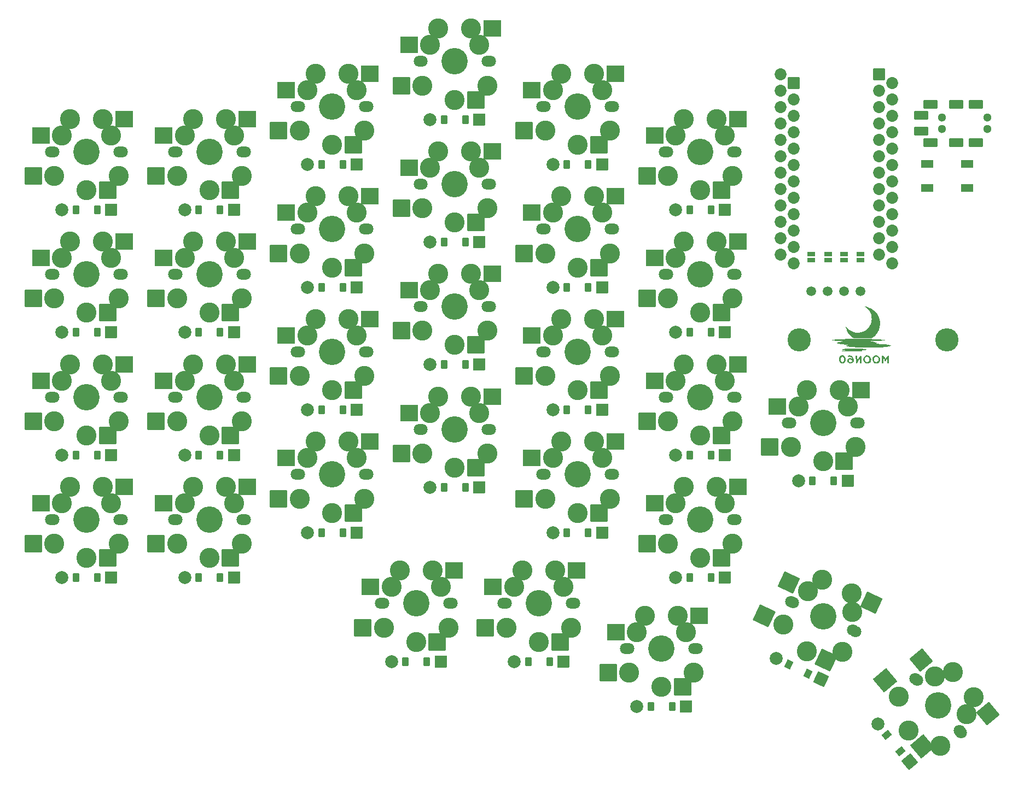
<source format=gbr>
%TF.GenerationSoftware,KiCad,Pcbnew,(6.0.10)*%
%TF.CreationDate,2023-02-13T20:56:48+01:00*%
%TF.ProjectId,insequor58_Moon60NOi2c,696e7365-7175-46f7-9235-38484d6f6f6e,v1.0.0*%
%TF.SameCoordinates,Original*%
%TF.FileFunction,Soldermask,Bot*%
%TF.FilePolarity,Negative*%
%FSLAX46Y46*%
G04 Gerber Fmt 4.6, Leading zero omitted, Abs format (unit mm)*
G04 Created by KiCad (PCBNEW (6.0.10)) date 2023-02-13 20:56:48*
%MOMM*%
%LPD*%
G01*
G04 APERTURE LIST*
G04 Aperture macros list*
%AMRoundRect*
0 Rectangle with rounded corners*
0 $1 Rounding radius*
0 $2 $3 $4 $5 $6 $7 $8 $9 X,Y pos of 4 corners*
0 Add a 4 corners polygon primitive as box body*
4,1,4,$2,$3,$4,$5,$6,$7,$8,$9,$2,$3,0*
0 Add four circle primitives for the rounded corners*
1,1,$1+$1,$2,$3*
1,1,$1+$1,$4,$5*
1,1,$1+$1,$6,$7*
1,1,$1+$1,$8,$9*
0 Add four rect primitives between the rounded corners*
20,1,$1+$1,$2,$3,$4,$5,0*
20,1,$1+$1,$4,$5,$6,$7,0*
20,1,$1+$1,$6,$7,$8,$9,0*
20,1,$1+$1,$8,$9,$2,$3,0*%
G04 Aperture macros list end*
%ADD10C,4.087800*%
%ADD11C,1.801800*%
%ADD12C,3.100000*%
%ADD13RoundRect,0.050000X1.275000X1.250000X-1.275000X1.250000X-1.275000X-1.250000X1.275000X-1.250000X0*%
%ADD14C,1.497000*%
%ADD15C,3.529000*%
%ADD16RoundRect,0.050000X1.300000X1.300000X-1.300000X1.300000X-1.300000X-1.300000X1.300000X-1.300000X0*%
%ADD17RoundRect,0.050000X0.748881X0.040953X0.170372X0.730393X-0.748881X-0.040953X-0.170372X-0.730393X0*%
%ADD18C,2.005000*%
%ADD19RoundRect,0.050000X1.252452X-0.109575X0.109575X1.252452X-1.252452X0.109575X-0.109575X-1.252452X0*%
%ADD20C,3.600000*%
%ADD21RoundRect,0.050000X1.727604X0.628796X-0.628796X1.727604X-1.727604X-0.628796X0.628796X-1.727604X0*%
%ADD22RoundRect,0.050000X1.831482X-0.160234X0.160234X1.831482X-1.831482X0.160234X-0.160234X-1.831482X0*%
%ADD23RoundRect,0.050000X0.661409X0.353606X-0.154268X0.733963X-0.661409X-0.353606X0.154268X-0.733963X0*%
%ADD24RoundRect,0.050000X1.181415X0.430000X-0.430000X1.181415X-1.181415X-0.430000X0.430000X-1.181415X0*%
%ADD25C,1.300000*%
%ADD26RoundRect,0.050000X-1.050000X0.600000X-1.050000X-0.600000X1.050000X-0.600000X1.050000X0.600000X0*%
%ADD27RoundRect,0.050000X1.683815X0.594046X-0.627270X1.671723X-1.683815X-0.594046X0.627270X-1.671723X0*%
%ADD28RoundRect,0.050000X-0.876300X0.876300X-0.876300X-0.876300X0.876300X-0.876300X0.876300X0.876300X0*%
%ADD29C,1.852600*%
%ADD30RoundRect,0.050000X1.777110X-0.173222X0.138001X1.780191X-1.777110X0.173222X-0.138001X-1.780191X0*%
%ADD31RoundRect,0.050000X0.450000X0.600000X-0.450000X0.600000X-0.450000X-0.600000X0.450000X-0.600000X0*%
%ADD32RoundRect,0.050000X0.889000X0.889000X-0.889000X0.889000X-0.889000X-0.889000X0.889000X-0.889000X0*%
%ADD33RoundRect,0.050000X0.571500X-0.317500X0.571500X0.317500X-0.571500X0.317500X-0.571500X-0.317500X0*%
%ADD34RoundRect,0.050000X-0.900000X-0.550000X0.900000X-0.550000X0.900000X0.550000X-0.900000X0.550000X0*%
G04 APERTURE END LIST*
%TO.C,G\u002A\u002A\u002A*%
G36*
X253778265Y-137846699D02*
G01*
X253728826Y-137955020D01*
X253593606Y-138105734D01*
X253397570Y-138210246D01*
X253367861Y-138219988D01*
X253159958Y-138244734D01*
X252960209Y-138199158D01*
X252784800Y-138089499D01*
X252649915Y-137921996D01*
X252578668Y-137734609D01*
X252571809Y-137594427D01*
X252819481Y-137594427D01*
X252831594Y-137746867D01*
X252889108Y-137880686D01*
X252992822Y-137973971D01*
X253156003Y-138024853D01*
X253306680Y-138007637D01*
X253428749Y-137927738D01*
X253510546Y-137792894D01*
X253540403Y-137610839D01*
X253537175Y-137536722D01*
X253505595Y-137426419D01*
X253426178Y-137326457D01*
X253322898Y-137248006D01*
X253179855Y-137214222D01*
X253018997Y-137255625D01*
X252928267Y-137321326D01*
X252851972Y-137445277D01*
X252819481Y-137594427D01*
X252571809Y-137594427D01*
X252568773Y-137532389D01*
X252621598Y-137343315D01*
X252730475Y-137181435D01*
X252888733Y-137060802D01*
X253089704Y-136995464D01*
X253187814Y-136989055D01*
X253382486Y-137026658D01*
X253552248Y-137123204D01*
X253686904Y-137266087D01*
X253776256Y-137442701D01*
X253805041Y-137610839D01*
X253810109Y-137640440D01*
X253778265Y-137846699D01*
G37*
G36*
X251404765Y-129413294D02*
G01*
X251501414Y-129428636D01*
X251632629Y-129454228D01*
X252033522Y-129571309D01*
X252422500Y-129756316D01*
X252770399Y-129996746D01*
X253073186Y-130285228D01*
X253326826Y-130614394D01*
X253527284Y-130976872D01*
X253670526Y-131365293D01*
X253752517Y-131772286D01*
X253769223Y-132190482D01*
X253716609Y-132612510D01*
X253590641Y-133031001D01*
X253545717Y-133136640D01*
X253363349Y-133472306D01*
X253134253Y-133788899D01*
X252874003Y-134066725D01*
X252598172Y-134286091D01*
X252457017Y-134379155D01*
X251078438Y-134367477D01*
X249699860Y-134355800D01*
X249539285Y-134244976D01*
X249465777Y-134189757D01*
X249294550Y-134036845D01*
X249114973Y-133850577D01*
X248948316Y-133653761D01*
X248815846Y-133469204D01*
X248805070Y-133451717D01*
X248733803Y-133317633D01*
X248657383Y-133149198D01*
X248583849Y-132967255D01*
X248521236Y-132792646D01*
X248477583Y-132646213D01*
X248460926Y-132548800D01*
X248474316Y-132528815D01*
X248524584Y-132566575D01*
X248613420Y-132670487D01*
X248725772Y-132801779D01*
X249019628Y-133066259D01*
X249347545Y-133268010D01*
X249700321Y-133406447D01*
X250068755Y-133480984D01*
X250443648Y-133491036D01*
X250815798Y-133436019D01*
X251176005Y-133315346D01*
X251515069Y-133128433D01*
X251823789Y-132874694D01*
X251857915Y-132840126D01*
X251993371Y-132689321D01*
X252116907Y-132533013D01*
X252205361Y-132400013D01*
X252312694Y-132166885D01*
X252402557Y-131885848D01*
X252462962Y-131596801D01*
X252484749Y-131334674D01*
X252470723Y-131105593D01*
X252393378Y-130735166D01*
X252254893Y-130380266D01*
X252062611Y-130054862D01*
X251823871Y-129772923D01*
X251546016Y-129548418D01*
X251460170Y-129490801D01*
X251387165Y-129436759D01*
X251363452Y-129411542D01*
X251363491Y-129411505D01*
X251404765Y-129413294D01*
G37*
G36*
X255142557Y-138228232D02*
G01*
X254910926Y-138228232D01*
X254899741Y-137847232D01*
X254888557Y-137466232D01*
X254752428Y-137690924D01*
X254681036Y-137804034D01*
X254624582Y-137884805D01*
X254595371Y-137915617D01*
X254594141Y-137915307D01*
X254563380Y-137878121D01*
X254507769Y-137791049D01*
X254438423Y-137671386D01*
X254302403Y-137427155D01*
X254291267Y-137827694D01*
X254280131Y-138228232D01*
X254048403Y-138228232D01*
X254048403Y-137016848D01*
X254182527Y-137016848D01*
X254192802Y-137016896D01*
X254264396Y-137024504D01*
X254318881Y-137055866D01*
X254373541Y-137126399D01*
X254445663Y-137251520D01*
X254448111Y-137255960D01*
X254516313Y-137370664D01*
X254572633Y-137449651D01*
X254605093Y-137476053D01*
X254635156Y-137445204D01*
X254693174Y-137363762D01*
X254764177Y-137251150D01*
X254805209Y-137184734D01*
X254875486Y-137090365D01*
X254940148Y-137042357D01*
X255017700Y-137024141D01*
X255142557Y-137011896D01*
X255142557Y-138228232D01*
G37*
G36*
X250227219Y-137397352D02*
G01*
X250238403Y-137777857D01*
X250472865Y-137398614D01*
X250497301Y-137359299D01*
X250603292Y-137196392D01*
X250682663Y-137091517D01*
X250743362Y-137035235D01*
X250793339Y-137018109D01*
X250817175Y-137018759D01*
X250843155Y-137028797D01*
X250861204Y-137059838D01*
X250873170Y-137123311D01*
X250880898Y-137230643D01*
X250886236Y-137393262D01*
X250891031Y-137622596D01*
X250902711Y-138228345D01*
X250796716Y-138228288D01*
X250690721Y-138228232D01*
X250679485Y-137866771D01*
X250668249Y-137505309D01*
X250433788Y-137866288D01*
X250417269Y-137891629D01*
X250307566Y-138052816D01*
X250225703Y-138156193D01*
X250163157Y-138211318D01*
X250111403Y-138227750D01*
X250096317Y-138227645D01*
X250065916Y-138221731D01*
X250045426Y-138198072D01*
X250032893Y-138144586D01*
X250026360Y-138049192D01*
X250023874Y-137899808D01*
X250023480Y-137684351D01*
X250023346Y-137626098D01*
X250020839Y-137428806D01*
X250015649Y-137260985D01*
X250008411Y-137138860D01*
X249999761Y-137078659D01*
X249994140Y-137058483D01*
X250013935Y-137025709D01*
X250096038Y-137016848D01*
X250216035Y-137016848D01*
X250227219Y-137397352D01*
G37*
G36*
X249610026Y-138042308D02*
G01*
X249484387Y-138170679D01*
X249317230Y-138238661D01*
X249248074Y-138246528D01*
X249170361Y-138242284D01*
X249131865Y-138234997D01*
X249039453Y-138228232D01*
X249009839Y-138222153D01*
X248922659Y-138174629D01*
X248827726Y-138095371D01*
X248748184Y-138005103D01*
X248705370Y-137911600D01*
X248694865Y-137788084D01*
X248698000Y-137762508D01*
X248931762Y-137762508D01*
X248945090Y-137876159D01*
X249000788Y-137968176D01*
X249009206Y-137975372D01*
X249115251Y-138022372D01*
X249238298Y-138023187D01*
X249355042Y-137985042D01*
X249442179Y-137915158D01*
X249476403Y-137820761D01*
X249469184Y-137783752D01*
X249407617Y-137706886D01*
X249303156Y-137646738D01*
X249180183Y-137611638D01*
X249063077Y-137609914D01*
X248976219Y-137649894D01*
X248963698Y-137664704D01*
X248931762Y-137762508D01*
X248698000Y-137762508D01*
X248712210Y-137646578D01*
X248784962Y-137513645D01*
X248914732Y-137434080D01*
X249101806Y-137407617D01*
X249144934Y-137408698D01*
X249289042Y-137428675D01*
X249389555Y-137468448D01*
X249414405Y-137484702D01*
X249466528Y-137503224D01*
X249472825Y-137474970D01*
X249435681Y-137410846D01*
X249357480Y-137321758D01*
X249306078Y-137272978D01*
X249237042Y-137228430D01*
X249154025Y-137214164D01*
X249025326Y-137220518D01*
X249024287Y-137220604D01*
X248902656Y-137228813D01*
X248839545Y-137221985D01*
X248815758Y-137192054D01*
X248812096Y-137130959D01*
X248821401Y-137060679D01*
X248864694Y-137021873D01*
X248964002Y-136998053D01*
X249049429Y-136988372D01*
X249264531Y-137010381D01*
X249446856Y-137097093D01*
X249587774Y-137240766D01*
X249678654Y-137433657D01*
X249710865Y-137668024D01*
X249692635Y-137820761D01*
X249687587Y-137863059D01*
X249610026Y-138042308D01*
G37*
G36*
X248440035Y-137841784D02*
G01*
X248365180Y-138010421D01*
X248248158Y-138143455D01*
X248090640Y-138224775D01*
X248002833Y-138241614D01*
X247818225Y-138223876D01*
X247653507Y-138135569D01*
X247520838Y-137981878D01*
X247505197Y-137952893D01*
X247458297Y-137794775D01*
X247447967Y-137659787D01*
X247675609Y-137659787D01*
X247699615Y-137808347D01*
X247759855Y-137929885D01*
X247830741Y-137997173D01*
X247942123Y-138036157D01*
X248052031Y-138012730D01*
X248147437Y-137934586D01*
X248215313Y-137809413D01*
X248242628Y-137644904D01*
X248241121Y-137583008D01*
X248203866Y-137409488D01*
X248122744Y-137287049D01*
X248005111Y-137223681D01*
X247858320Y-137227373D01*
X247790971Y-137266195D01*
X247724289Y-137367290D01*
X247684835Y-137505628D01*
X247675609Y-137659787D01*
X247447967Y-137659787D01*
X247443710Y-137604158D01*
X247461779Y-137412512D01*
X247512849Y-137251309D01*
X247561879Y-137173628D01*
X247695636Y-137057858D01*
X247860885Y-136999488D01*
X248038659Y-137003336D01*
X248209992Y-137074221D01*
X248284351Y-137133487D01*
X248394880Y-137283397D01*
X248456556Y-137462159D01*
X248470388Y-137644904D01*
X248471051Y-137653659D01*
X248440035Y-137841784D01*
G37*
G36*
X252371496Y-137846699D02*
G01*
X252322057Y-137955020D01*
X252186837Y-138105734D01*
X251990801Y-138210246D01*
X251961092Y-138219988D01*
X251753189Y-138244734D01*
X251553440Y-138199158D01*
X251378030Y-138089499D01*
X251243146Y-137921996D01*
X251171899Y-137734609D01*
X251165040Y-137594427D01*
X251412712Y-137594427D01*
X251424824Y-137746867D01*
X251482339Y-137880686D01*
X251586052Y-137973971D01*
X251749234Y-138024853D01*
X251899911Y-138007637D01*
X252021980Y-137927738D01*
X252103776Y-137792894D01*
X252133634Y-137610839D01*
X252130405Y-137536722D01*
X252098825Y-137426419D01*
X252019409Y-137326457D01*
X251916129Y-137248006D01*
X251773086Y-137214222D01*
X251612227Y-137255625D01*
X251521498Y-137321326D01*
X251445203Y-137445277D01*
X251412712Y-137594427D01*
X251165040Y-137594427D01*
X251162004Y-137532389D01*
X251214829Y-137343315D01*
X251323706Y-137181435D01*
X251481964Y-137060802D01*
X251682935Y-136995464D01*
X251781045Y-136989055D01*
X251975717Y-137026658D01*
X252145479Y-137123204D01*
X252280134Y-137266087D01*
X252369487Y-137442701D01*
X252398271Y-137610839D01*
X252403339Y-137640440D01*
X252371496Y-137846699D01*
G37*
G36*
X250726035Y-134442480D02*
G01*
X251266459Y-134446336D01*
X251793721Y-134453325D01*
X252298541Y-134463332D01*
X252771640Y-134476240D01*
X253203739Y-134491933D01*
X253585557Y-134510293D01*
X253907814Y-134531206D01*
X254161232Y-134554554D01*
X254234870Y-134563181D01*
X254391444Y-134584983D01*
X254483047Y-134605530D01*
X254519275Y-134627554D01*
X254509720Y-134653787D01*
X254462679Y-134671066D01*
X254344346Y-134691106D01*
X254165561Y-134711207D01*
X253935649Y-134730594D01*
X253663935Y-134748490D01*
X253359745Y-134764119D01*
X253032403Y-134776705D01*
X252960817Y-134779061D01*
X252731340Y-134787378D01*
X252536751Y-134795595D01*
X252387860Y-134803178D01*
X252295475Y-134809595D01*
X252270403Y-134814312D01*
X252298563Y-134820204D01*
X252393223Y-134836329D01*
X252534486Y-134858587D01*
X252703920Y-134884015D01*
X252957603Y-134927109D01*
X253150633Y-134974227D01*
X253266992Y-135022912D01*
X253305942Y-135072932D01*
X253291155Y-135098077D01*
X253227788Y-135129833D01*
X253170016Y-135148805D01*
X253152805Y-135170399D01*
X253202967Y-135189132D01*
X253323197Y-135205502D01*
X253516188Y-135220010D01*
X253784634Y-135233156D01*
X254059267Y-135247033D01*
X254389674Y-135270832D01*
X254692251Y-135300389D01*
X254958613Y-135334443D01*
X255180379Y-135371732D01*
X255349162Y-135410995D01*
X255456580Y-135450971D01*
X255494249Y-135490398D01*
X255484748Y-135511314D01*
X255410362Y-135553675D01*
X255267536Y-135595513D01*
X255062757Y-135635817D01*
X254802511Y-135673576D01*
X254493286Y-135707780D01*
X254141568Y-135737420D01*
X253753844Y-135761483D01*
X253688501Y-135764786D01*
X253236091Y-135783186D01*
X252771226Y-135794907D01*
X252300377Y-135800283D01*
X251830014Y-135799650D01*
X251366606Y-135793342D01*
X250916625Y-135781694D01*
X250486540Y-135765040D01*
X250082822Y-135743715D01*
X249711940Y-135718053D01*
X249380366Y-135688389D01*
X249094569Y-135655059D01*
X248861019Y-135618395D01*
X248686187Y-135578734D01*
X248576543Y-135536409D01*
X248538557Y-135491756D01*
X248538761Y-135484038D01*
X248548326Y-135453182D01*
X248554508Y-135451670D01*
X248612422Y-135433059D01*
X248708672Y-135400170D01*
X248752562Y-135384544D01*
X248792727Y-135366131D01*
X248789794Y-135353071D01*
X248735035Y-135342830D01*
X248619724Y-135332868D01*
X248435134Y-135320650D01*
X248341414Y-135314023D01*
X248097359Y-135292616D01*
X247848436Y-135266137D01*
X247636117Y-135238834D01*
X247527098Y-135221937D01*
X247298081Y-135176936D01*
X247146786Y-135130703D01*
X247072919Y-135083754D01*
X247076186Y-135036602D01*
X247156293Y-134989763D01*
X247312945Y-134943752D01*
X247545849Y-134899083D01*
X247854711Y-134856271D01*
X248284557Y-134804562D01*
X247628651Y-134775607D01*
X247506227Y-134769845D01*
X247255029Y-134756082D01*
X247014653Y-134740609D01*
X246807527Y-134724926D01*
X246656077Y-134710535D01*
X246484184Y-134687885D01*
X246353342Y-134661621D01*
X246299793Y-134635909D01*
X246323073Y-134610828D01*
X246422715Y-134586454D01*
X246598256Y-134562865D01*
X246849229Y-134540140D01*
X247175170Y-134518354D01*
X247575614Y-134497587D01*
X248050096Y-134477916D01*
X248151275Y-134474280D01*
X248618314Y-134460722D01*
X249118589Y-134450879D01*
X249642820Y-134444635D01*
X250181729Y-134441874D01*
X250726035Y-134442480D01*
G37*
G36*
X250299962Y-135935327D02*
G01*
X250595670Y-135943697D01*
X250844096Y-135957268D01*
X251116867Y-135978905D01*
X251334502Y-136000141D01*
X251490063Y-136021262D01*
X251591754Y-136043671D01*
X251647782Y-136068772D01*
X251666351Y-136097970D01*
X251660579Y-136116646D01*
X251609208Y-136147627D01*
X251499463Y-136175637D01*
X251324754Y-136202139D01*
X251078492Y-136228599D01*
X250969480Y-136239945D01*
X250870064Y-136253494D01*
X250831251Y-136263741D01*
X250861680Y-136269074D01*
X250925382Y-136273330D01*
X250985996Y-136288043D01*
X250982259Y-136308330D01*
X250922502Y-136330172D01*
X250815055Y-136349547D01*
X250668249Y-136362435D01*
X250622772Y-136364569D01*
X250404400Y-136371862D01*
X250134306Y-136377425D01*
X249828722Y-136381236D01*
X249503880Y-136383272D01*
X249176011Y-136383508D01*
X248861346Y-136381923D01*
X248576118Y-136378493D01*
X248336556Y-136373196D01*
X248158894Y-136366007D01*
X248081130Y-136360958D01*
X247908847Y-136344394D01*
X247797045Y-136325545D01*
X247749146Y-136306735D01*
X247768572Y-136290290D01*
X247858748Y-136278532D01*
X248023094Y-136273788D01*
X248102829Y-136272465D01*
X248240848Y-136262640D01*
X248321940Y-136245879D01*
X248340850Y-136225320D01*
X248292322Y-136204105D01*
X248171099Y-136185373D01*
X248047218Y-136169314D01*
X247925497Y-136140366D01*
X247880999Y-136107279D01*
X247913366Y-136071882D01*
X248022237Y-136036004D01*
X248207253Y-136001476D01*
X248214632Y-136000393D01*
X248405141Y-135979677D01*
X248657410Y-135962332D01*
X248955864Y-135948621D01*
X249284923Y-135938803D01*
X249629011Y-135933141D01*
X249972550Y-135931895D01*
X250299962Y-135935327D01*
G37*
%TD*%
D10*
%TO.C,S20*%
X168960000Y-136440000D03*
D11*
X174040000Y-136440000D03*
D12*
X171500000Y-131360000D03*
D11*
X163880000Y-136440000D03*
D12*
X165150000Y-133900000D03*
X172770000Y-133900000D03*
X166420000Y-131360000D03*
D13*
X161875000Y-133900000D03*
X174802000Y-131360000D03*
%TD*%
D14*
%TO.C,J3*%
X243107874Y-127064604D03*
X245647874Y-127064604D03*
X248187874Y-127064604D03*
X250727874Y-127064604D03*
%TD*%
D12*
%TO.C,S30*%
X185420000Y-105360000D03*
X184150000Y-107900000D03*
X190500000Y-105360000D03*
D11*
X182880000Y-110440000D03*
D10*
X187960000Y-110440000D03*
D11*
X193040000Y-110440000D03*
D12*
X191770000Y-107900000D03*
D13*
X180875000Y-107900000D03*
X193802000Y-105360000D03*
%TD*%
D12*
%TO.C,S14*%
X153770000Y-121900000D03*
D11*
X155040000Y-124440000D03*
D12*
X146150000Y-121900000D03*
D10*
X149960000Y-124440000D03*
D11*
X144880000Y-124440000D03*
D12*
X152500000Y-119360000D03*
X147420000Y-119360000D03*
D13*
X142875000Y-121900000D03*
X155802000Y-119360000D03*
%TD*%
D11*
%TO.C,S1*%
X125460000Y-162440000D03*
X136460000Y-162440000D03*
D12*
X130960000Y-168390000D03*
X135960000Y-166190000D03*
X130960000Y-168390000D03*
X125960000Y-166190000D03*
D15*
X130960000Y-162440000D03*
D16*
X134235000Y-168390000D03*
X122685000Y-166190000D03*
%TD*%
D12*
%TO.C,S43*%
X220960000Y-147190000D03*
D11*
X231460000Y-143440000D03*
D12*
X225960000Y-149390000D03*
D15*
X225960000Y-143440000D03*
D12*
X225960000Y-149390000D03*
D11*
X220460000Y-143440000D03*
D12*
X230960000Y-147190000D03*
D16*
X229235000Y-149390000D03*
X217685000Y-147190000D03*
%TD*%
D11*
%TO.C,S2*%
X125880000Y-162440000D03*
X136040000Y-162440000D03*
D12*
X127150000Y-159900000D03*
X134770000Y-159900000D03*
X128420000Y-157360000D03*
X133500000Y-157360000D03*
D10*
X130960000Y-162440000D03*
D13*
X123875000Y-159900000D03*
X136802000Y-157360000D03*
%TD*%
D11*
%TO.C,S13*%
X144460000Y-124440000D03*
D12*
X154960000Y-128190000D03*
X149960000Y-130390000D03*
D11*
X155460000Y-124440000D03*
D15*
X149960000Y-124440000D03*
D12*
X149960000Y-130390000D03*
X144960000Y-128190000D03*
D16*
X153235000Y-130390000D03*
X141685000Y-128190000D03*
%TD*%
D12*
%TO.C,S32*%
X184150000Y-88900000D03*
X190500000Y-86360000D03*
D11*
X182880000Y-91440000D03*
X193040000Y-91440000D03*
D12*
X191770000Y-88900000D03*
D10*
X187960000Y-91440000D03*
D12*
X185420000Y-86360000D03*
D13*
X180875000Y-88900000D03*
X193802000Y-86360000D03*
%TD*%
D11*
%TO.C,S10*%
X144880000Y-162440000D03*
D12*
X152500000Y-157360000D03*
X147420000Y-157360000D03*
X146150000Y-159900000D03*
D11*
X155040000Y-162440000D03*
D10*
X149960000Y-162440000D03*
D12*
X153770000Y-159900000D03*
D13*
X142875000Y-159900000D03*
X155802000Y-157360000D03*
%TD*%
D12*
%TO.C,S40*%
X203150000Y-95900000D03*
D10*
X206960000Y-98440000D03*
D12*
X209500000Y-93360000D03*
D11*
X212040000Y-98440000D03*
X201880000Y-98440000D03*
D12*
X210770000Y-95900000D03*
X204420000Y-93360000D03*
D13*
X199875000Y-95900000D03*
X212802000Y-93360000D03*
%TD*%
D11*
%TO.C,S16*%
X155040000Y-105440000D03*
X144880000Y-105440000D03*
D12*
X147420000Y-100360000D03*
D10*
X149960000Y-105440000D03*
D12*
X146150000Y-102900000D03*
X152500000Y-100360000D03*
X153770000Y-102900000D03*
D13*
X142875000Y-102900000D03*
X155802000Y-100360000D03*
%TD*%
D17*
%TO.C,D30*%
X256951880Y-198318202D03*
D18*
X253442259Y-194135600D03*
D19*
X258340301Y-199972858D03*
D17*
X254830680Y-195790256D03*
%TD*%
D15*
%TO.C,S31*%
X187960000Y-91440000D03*
D11*
X193460000Y-91440000D03*
D12*
X187960000Y-97390000D03*
X192960000Y-95190000D03*
D11*
X182460000Y-91440000D03*
D12*
X182960000Y-95190000D03*
X187960000Y-97390000D03*
D16*
X191235000Y-97390000D03*
X179685000Y-95190000D03*
%TD*%
D11*
%TO.C,S22*%
X163880000Y-117440000D03*
D12*
X165150000Y-114900000D03*
D11*
X174040000Y-117440000D03*
D12*
X166420000Y-112360000D03*
X171500000Y-112360000D03*
X172770000Y-114900000D03*
D10*
X168960000Y-117440000D03*
D13*
X161875000Y-114900000D03*
X174802000Y-112360000D03*
%TD*%
D11*
%TO.C,S27*%
X193460000Y-129440000D03*
D12*
X182960000Y-133190000D03*
X192960000Y-133190000D03*
D11*
X182460000Y-129440000D03*
D12*
X187960000Y-135390000D03*
X187960000Y-135390000D03*
D15*
X187960000Y-129440000D03*
D16*
X191235000Y-135390000D03*
X179685000Y-133190000D03*
%TD*%
D12*
%TO.C,S34*%
X203150000Y-152900000D03*
X204420000Y-150360000D03*
D10*
X206960000Y-155440000D03*
D11*
X201880000Y-155440000D03*
D12*
X210770000Y-152900000D03*
D11*
X212040000Y-155440000D03*
D12*
X209500000Y-150360000D03*
D13*
X199875000Y-152900000D03*
X212802000Y-150360000D03*
%TD*%
D11*
%TO.C,S29*%
X182460000Y-110440000D03*
D12*
X187960000Y-116390000D03*
X187960000Y-116390000D03*
D11*
X193460000Y-110440000D03*
D15*
X187960000Y-110440000D03*
D12*
X192960000Y-114190000D03*
X182960000Y-114190000D03*
D16*
X191235000Y-116390000D03*
X179685000Y-114190000D03*
%TD*%
D20*
%TO.C,REF\u002A\u002A*%
X264160000Y-134620000D03*
%TD*%
D12*
%TO.C,S55*%
X244960000Y-153390000D03*
D11*
X239460000Y-147440000D03*
D12*
X239960000Y-151190000D03*
X244960000Y-153390000D03*
D11*
X250460000Y-147440000D03*
D15*
X244960000Y-147440000D03*
D12*
X249960000Y-151190000D03*
D16*
X248235000Y-153390000D03*
X236685000Y-151190000D03*
%TD*%
D20*
%TO.C,REF\u002A\u002A*%
X241300000Y-134620000D03*
%TD*%
D12*
%TO.C,S5*%
X125960000Y-128190000D03*
X130960000Y-130390000D03*
D11*
X125460000Y-124440000D03*
D12*
X135960000Y-128190000D03*
D11*
X136460000Y-124440000D03*
D15*
X130960000Y-124440000D03*
D12*
X130960000Y-130390000D03*
D16*
X134235000Y-130390000D03*
X122685000Y-128190000D03*
%TD*%
D12*
%TO.C,S57*%
X242445421Y-182832531D03*
D15*
X244960000Y-177440000D03*
D11*
X239975307Y-175115600D03*
D12*
X238843643Y-178725563D03*
X247906720Y-182951746D03*
D11*
X249944693Y-179764400D03*
D12*
X242445421Y-182832531D03*
D21*
X245413579Y-184216606D03*
X235875485Y-177341488D03*
%TD*%
D12*
%TO.C,S15*%
X144960000Y-109190000D03*
X149960000Y-111390000D03*
X149960000Y-111390000D03*
X154960000Y-109190000D03*
D11*
X155460000Y-105440000D03*
D15*
X149960000Y-105440000D03*
D11*
X144460000Y-105440000D03*
D16*
X153235000Y-111390000D03*
X141685000Y-109190000D03*
%TD*%
D12*
%TO.C,S21*%
X173960000Y-121190000D03*
X168960000Y-123390000D03*
X163960000Y-121190000D03*
D15*
X168960000Y-117440000D03*
D12*
X168960000Y-123390000D03*
D11*
X174460000Y-117440000D03*
X163460000Y-117440000D03*
D16*
X172235000Y-123390000D03*
X160685000Y-121190000D03*
%TD*%
D12*
%TO.C,S47*%
X225960000Y-111390000D03*
D15*
X225960000Y-105440000D03*
D12*
X225960000Y-111390000D03*
X230960000Y-109190000D03*
D11*
X220460000Y-105440000D03*
X231460000Y-105440000D03*
D12*
X220960000Y-109190000D03*
D16*
X229235000Y-111390000D03*
X217685000Y-109190000D03*
%TD*%
D11*
%TO.C,S42*%
X220880000Y-162440000D03*
X231040000Y-162440000D03*
D12*
X228500000Y-157360000D03*
X222150000Y-159900000D03*
X223420000Y-157360000D03*
D10*
X225960000Y-162440000D03*
D12*
X229770000Y-159900000D03*
D13*
X218875000Y-159900000D03*
X231802000Y-157360000D03*
%TD*%
D12*
%TO.C,S6*%
X127150000Y-121900000D03*
X128420000Y-119360000D03*
D11*
X125880000Y-124440000D03*
D12*
X133500000Y-119360000D03*
D10*
X130960000Y-124440000D03*
D11*
X136040000Y-124440000D03*
D12*
X134770000Y-121900000D03*
D13*
X123875000Y-121900000D03*
X136802000Y-119360000D03*
%TD*%
D12*
%TO.C,S49*%
X176960000Y-179190000D03*
D11*
X176460000Y-175440000D03*
D12*
X181960000Y-181390000D03*
D15*
X181960000Y-175440000D03*
D12*
X181960000Y-181390000D03*
X186960000Y-179190000D03*
D11*
X187460000Y-175440000D03*
D16*
X185235000Y-181390000D03*
X173685000Y-179190000D03*
%TD*%
D15*
%TO.C,S23*%
X168960000Y-98440000D03*
D12*
X163960000Y-102190000D03*
X173960000Y-102190000D03*
X168960000Y-104390000D03*
D11*
X174460000Y-98440000D03*
D12*
X168960000Y-104390000D03*
D11*
X163460000Y-98440000D03*
D16*
X172235000Y-104390000D03*
X160685000Y-102190000D03*
%TD*%
D11*
%TO.C,S18*%
X174040000Y-155440000D03*
D12*
X172770000Y-152900000D03*
X166420000Y-150360000D03*
X165150000Y-152900000D03*
X171500000Y-150360000D03*
D10*
X168960000Y-155440000D03*
D11*
X163880000Y-155440000D03*
D13*
X161875000Y-152900000D03*
X174802000Y-150360000D03*
%TD*%
D11*
%TO.C,S45*%
X231460000Y-124440000D03*
D12*
X220960000Y-128190000D03*
X230960000Y-128190000D03*
X225960000Y-130390000D03*
X225960000Y-130390000D03*
D11*
X220460000Y-124440000D03*
D15*
X225960000Y-124440000D03*
D16*
X229235000Y-130390000D03*
X217685000Y-128190000D03*
%TD*%
D11*
%TO.C,S33*%
X212460000Y-155440000D03*
X201460000Y-155440000D03*
D12*
X206960000Y-161390000D03*
X206960000Y-161390000D03*
D15*
X206960000Y-155440000D03*
D12*
X201960000Y-159190000D03*
X211960000Y-159190000D03*
D16*
X210235000Y-161390000D03*
X198685000Y-159190000D03*
%TD*%
D12*
%TO.C,S37*%
X206960000Y-123390000D03*
D11*
X201460000Y-117440000D03*
D12*
X211960000Y-121190000D03*
X206960000Y-123390000D03*
X201960000Y-121190000D03*
D15*
X206960000Y-117440000D03*
D11*
X212460000Y-117440000D03*
D16*
X210235000Y-123390000D03*
X198685000Y-121190000D03*
%TD*%
D11*
%TO.C,S7*%
X136460000Y-105440000D03*
D15*
X130960000Y-105440000D03*
D12*
X135960000Y-109190000D03*
X125960000Y-109190000D03*
D11*
X125460000Y-105440000D03*
D12*
X130960000Y-111390000D03*
X130960000Y-111390000D03*
D16*
X134235000Y-111390000D03*
X122685000Y-109190000D03*
%TD*%
D11*
%TO.C,S48*%
X220880000Y-105440000D03*
D12*
X223420000Y-100360000D03*
D10*
X225960000Y-105440000D03*
D12*
X222150000Y-102900000D03*
X228500000Y-100360000D03*
X229770000Y-102900000D03*
D11*
X231040000Y-105440000D03*
D13*
X218875000Y-102900000D03*
X231802000Y-100360000D03*
%TD*%
D12*
%TO.C,S44*%
X222150000Y-140900000D03*
X223420000Y-138360000D03*
X229770000Y-140900000D03*
X228500000Y-138360000D03*
D11*
X220880000Y-143440000D03*
X231040000Y-143440000D03*
D10*
X225960000Y-143440000D03*
D13*
X218875000Y-140900000D03*
X231802000Y-138360000D03*
%TD*%
D12*
%TO.C,S50*%
X178150000Y-172900000D03*
X185770000Y-172900000D03*
D10*
X181960000Y-175440000D03*
D12*
X184500000Y-170360000D03*
X179420000Y-170360000D03*
D11*
X187040000Y-175440000D03*
X176880000Y-175440000D03*
D13*
X174875000Y-172900000D03*
X187802000Y-170360000D03*
%TD*%
D11*
%TO.C,S11*%
X144460000Y-143440000D03*
D12*
X149960000Y-149390000D03*
D11*
X155460000Y-143440000D03*
D12*
X144960000Y-147190000D03*
D15*
X149960000Y-143440000D03*
D12*
X149960000Y-149390000D03*
X154960000Y-147190000D03*
D16*
X153235000Y-149390000D03*
X141685000Y-147190000D03*
%TD*%
D11*
%TO.C,S24*%
X163880000Y-98440000D03*
X174040000Y-98440000D03*
D12*
X172770000Y-95900000D03*
X165150000Y-95900000D03*
D10*
X168960000Y-98440000D03*
D12*
X171500000Y-93360000D03*
X166420000Y-93360000D03*
D13*
X161875000Y-95900000D03*
X174802000Y-93360000D03*
%TD*%
D12*
%TO.C,S35*%
X201960000Y-140190000D03*
X211960000Y-140190000D03*
D11*
X212460000Y-136440000D03*
D12*
X206960000Y-142390000D03*
D15*
X206960000Y-136440000D03*
D12*
X206960000Y-142390000D03*
D11*
X201460000Y-136440000D03*
D16*
X210235000Y-142390000D03*
X198685000Y-140190000D03*
%TD*%
D12*
%TO.C,S59*%
X258227716Y-195093727D03*
X263126951Y-197509817D03*
D11*
X259250348Y-187055897D03*
D12*
X258227716Y-195093727D03*
D11*
X266321012Y-195482385D03*
D12*
X256699075Y-189849372D03*
D15*
X262785680Y-191269141D03*
D22*
X260332845Y-197602523D03*
X254593946Y-187340577D03*
%TD*%
D12*
%TO.C,S17*%
X168960000Y-161390000D03*
D15*
X168960000Y-155440000D03*
D12*
X173960000Y-159190000D03*
X163960000Y-159190000D03*
X168960000Y-161390000D03*
D11*
X163460000Y-155440000D03*
X174460000Y-155440000D03*
D16*
X172235000Y-161390000D03*
X160685000Y-159190000D03*
%TD*%
D12*
%TO.C,S38*%
X204420000Y-112360000D03*
D11*
X212040000Y-117440000D03*
D12*
X203150000Y-114900000D03*
D11*
X201880000Y-117440000D03*
D12*
X209500000Y-112360000D03*
X210770000Y-114900000D03*
D10*
X206960000Y-117440000D03*
D13*
X199875000Y-114900000D03*
X212802000Y-112360000D03*
%TD*%
D12*
%TO.C,S19*%
X163960000Y-140190000D03*
D11*
X163460000Y-136440000D03*
D15*
X168960000Y-136440000D03*
D12*
X168960000Y-142390000D03*
X168960000Y-142390000D03*
D11*
X174460000Y-136440000D03*
D12*
X173960000Y-140190000D03*
D16*
X172235000Y-142390000D03*
X160685000Y-140190000D03*
%TD*%
D18*
%TO.C,D29*%
X237703403Y-183986594D03*
D23*
X242651844Y-186294090D03*
X239661028Y-184899450D03*
D24*
X244609469Y-187206946D03*
%TD*%
D12*
%TO.C,S54*%
X223770000Y-179900000D03*
X216150000Y-179900000D03*
D11*
X214880000Y-182440000D03*
D12*
X217420000Y-177360000D03*
D11*
X225040000Y-182440000D03*
D12*
X222500000Y-177360000D03*
D10*
X219960000Y-182440000D03*
D13*
X212875000Y-179900000D03*
X225802000Y-177360000D03*
%TD*%
D12*
%TO.C,S46*%
X223420000Y-119360000D03*
X222150000Y-121900000D03*
D11*
X231040000Y-124440000D03*
D12*
X228500000Y-119360000D03*
D11*
X220880000Y-124440000D03*
D10*
X225960000Y-124440000D03*
D12*
X229770000Y-121900000D03*
D13*
X218875000Y-121900000D03*
X231802000Y-119360000D03*
%TD*%
D25*
%TO.C,J2*%
X270397619Y-100170787D03*
X263397619Y-100170787D03*
X270397619Y-101920787D03*
X263397619Y-101920787D03*
D26*
X261597619Y-104020787D03*
X261597619Y-98070787D03*
X265597619Y-104020787D03*
X265597619Y-98070787D03*
X268597619Y-104020787D03*
X268597619Y-98070787D03*
X260097619Y-99820787D03*
X260097619Y-102270787D03*
%TD*%
D12*
%TO.C,S8*%
X127150000Y-102900000D03*
X133500000Y-100360000D03*
X128420000Y-100360000D03*
D11*
X136040000Y-105440000D03*
X125880000Y-105440000D03*
D10*
X130960000Y-105440000D03*
D12*
X134770000Y-102900000D03*
D13*
X123875000Y-102900000D03*
X136802000Y-100360000D03*
%TD*%
D10*
%TO.C,S28*%
X187960000Y-129440000D03*
D12*
X184150000Y-126900000D03*
X191770000Y-126900000D03*
X185420000Y-124360000D03*
D11*
X193040000Y-129440000D03*
D12*
X190500000Y-124360000D03*
D11*
X182880000Y-129440000D03*
D13*
X180875000Y-126900000D03*
X193802000Y-124360000D03*
%TD*%
D11*
%TO.C,S56*%
X250040000Y-147440000D03*
D10*
X244960000Y-147440000D03*
D11*
X239880000Y-147440000D03*
D12*
X248770000Y-144900000D03*
X247500000Y-142360000D03*
X241150000Y-144900000D03*
X242420000Y-142360000D03*
D13*
X237875000Y-144900000D03*
X250802000Y-142360000D03*
%TD*%
D15*
%TO.C,S41*%
X225960000Y-162440000D03*
D11*
X220460000Y-162440000D03*
D12*
X230960000Y-166190000D03*
X220960000Y-166190000D03*
X225960000Y-168390000D03*
X225960000Y-168390000D03*
D11*
X231460000Y-162440000D03*
D16*
X229235000Y-168390000D03*
X217685000Y-166190000D03*
%TD*%
D12*
%TO.C,S12*%
X152500000Y-138360000D03*
X153770000Y-140900000D03*
D11*
X155040000Y-143440000D03*
X144880000Y-143440000D03*
D10*
X149960000Y-143440000D03*
D12*
X146150000Y-140900000D03*
X147420000Y-138360000D03*
D13*
X142875000Y-140900000D03*
X155802000Y-138360000D03*
%TD*%
D12*
%TO.C,S39*%
X201960000Y-102190000D03*
X206960000Y-104390000D03*
D11*
X201460000Y-98440000D03*
X212460000Y-98440000D03*
D15*
X206960000Y-98440000D03*
D12*
X206960000Y-104390000D03*
X211960000Y-102190000D03*
D16*
X210235000Y-104390000D03*
X198685000Y-102190000D03*
%TD*%
D11*
%TO.C,S36*%
X201880000Y-136440000D03*
D12*
X209500000Y-131360000D03*
X204420000Y-131360000D03*
X203150000Y-133900000D03*
D11*
X212040000Y-136440000D03*
D10*
X206960000Y-136440000D03*
D12*
X210770000Y-133900000D03*
D13*
X199875000Y-133900000D03*
X212802000Y-131360000D03*
%TD*%
D11*
%TO.C,S3*%
X125460000Y-143440000D03*
D15*
X130960000Y-143440000D03*
D12*
X130960000Y-149390000D03*
D11*
X136460000Y-143440000D03*
D12*
X130960000Y-149390000D03*
X135960000Y-147190000D03*
X125960000Y-147190000D03*
D16*
X134235000Y-149390000D03*
X122685000Y-147190000D03*
%TD*%
D12*
%TO.C,S26*%
X191770000Y-145900000D03*
X185420000Y-143360000D03*
X184150000Y-145900000D03*
D11*
X193040000Y-148440000D03*
D12*
X190500000Y-143360000D03*
D11*
X182880000Y-148440000D03*
D10*
X187960000Y-148440000D03*
D13*
X180875000Y-145900000D03*
X193802000Y-143360000D03*
%TD*%
D11*
%TO.C,S58*%
X249564044Y-179586901D03*
X240355956Y-175293099D03*
D12*
X244804879Y-171762506D03*
X249408923Y-173909407D03*
X242580418Y-173527803D03*
X249486483Y-176748154D03*
D10*
X244960000Y-177440000D03*
D27*
X239612260Y-172143728D03*
X252401551Y-175304892D03*
%TD*%
D28*
%TO.C,MCU2*%
X240429495Y-94768135D03*
D29*
X240429495Y-97308135D03*
X240429495Y-99848135D03*
X240429495Y-102388135D03*
X240429495Y-104928135D03*
X240429495Y-107468135D03*
X240429495Y-110008135D03*
X240429495Y-112548135D03*
X240429495Y-115088135D03*
X240429495Y-117628135D03*
X240429495Y-120168135D03*
X240429495Y-122708135D03*
X255669495Y-94768135D03*
X255669495Y-97308135D03*
X255669495Y-99848135D03*
X255669495Y-102388135D03*
X255669495Y-104928135D03*
X255669495Y-107468135D03*
X255669495Y-110008135D03*
X255669495Y-112548135D03*
X255669495Y-115088135D03*
X255669495Y-117628135D03*
X255669495Y-120168135D03*
X255669495Y-122708135D03*
%TD*%
D12*
%TO.C,S25*%
X182960000Y-152190000D03*
D15*
X187960000Y-148440000D03*
D12*
X187960000Y-154390000D03*
D11*
X193460000Y-148440000D03*
D12*
X192960000Y-152190000D03*
D11*
X182460000Y-148440000D03*
D12*
X187960000Y-154390000D03*
D16*
X191235000Y-154390000D03*
X179685000Y-152190000D03*
%TD*%
D15*
%TO.C,S51*%
X200960000Y-175440000D03*
D12*
X205960000Y-179190000D03*
X200960000Y-181390000D03*
X195960000Y-179190000D03*
D11*
X195460000Y-175440000D03*
D12*
X200960000Y-181390000D03*
D11*
X206460000Y-175440000D03*
D16*
X204235000Y-181390000D03*
X192685000Y-179190000D03*
%TD*%
D11*
%TO.C,S53*%
X214460000Y-182440000D03*
D15*
X219960000Y-182440000D03*
D11*
X225460000Y-182440000D03*
D12*
X224960000Y-186190000D03*
X219960000Y-188390000D03*
X219960000Y-188390000D03*
X214960000Y-186190000D03*
D16*
X223235000Y-188390000D03*
X211685000Y-186190000D03*
%TD*%
D28*
%TO.C,MCU1*%
X253580000Y-93470000D03*
D29*
X253580000Y-96010000D03*
X253580000Y-98550000D03*
X253580000Y-101090000D03*
X253580000Y-103630000D03*
X253580000Y-106170000D03*
X253580000Y-108710000D03*
X253580000Y-111250000D03*
X253580000Y-113790000D03*
X253580000Y-116330000D03*
X253580000Y-118870000D03*
X253580000Y-121410000D03*
X238340000Y-93470000D03*
X238340000Y-96010000D03*
X238340000Y-98550000D03*
X238340000Y-101090000D03*
X238340000Y-103630000D03*
X238340000Y-106170000D03*
X238340000Y-108710000D03*
X238340000Y-111250000D03*
X238340000Y-113790000D03*
X238340000Y-116330000D03*
X238340000Y-118870000D03*
X238340000Y-121410000D03*
%TD*%
D11*
%TO.C,S9*%
X144460000Y-162440000D03*
X155460000Y-162440000D03*
D12*
X149960000Y-168390000D03*
X149960000Y-168390000D03*
X144960000Y-166190000D03*
D15*
X149960000Y-162440000D03*
D12*
X154960000Y-166190000D03*
D16*
X153235000Y-168390000D03*
X141685000Y-166190000D03*
%TD*%
D10*
%TO.C,S4*%
X130960000Y-143440000D03*
D12*
X127150000Y-140900000D03*
D11*
X136040000Y-143440000D03*
X125880000Y-143440000D03*
D12*
X134770000Y-140900000D03*
X128420000Y-138360000D03*
X133500000Y-138360000D03*
D13*
X123875000Y-140900000D03*
X136802000Y-138360000D03*
%TD*%
D12*
%TO.C,S52*%
X204770000Y-172900000D03*
X197150000Y-172900000D03*
D11*
X195880000Y-175440000D03*
D12*
X198420000Y-170360000D03*
D11*
X206040000Y-175440000D03*
D10*
X200960000Y-175440000D03*
D12*
X203500000Y-170360000D03*
D13*
X193875000Y-172900000D03*
X206802000Y-170360000D03*
%TD*%
D12*
%TO.C,S60*%
X262282412Y-186717831D03*
X267180454Y-192555090D03*
D10*
X262785680Y-191269141D03*
D11*
X266051041Y-195160647D03*
D12*
X268309866Y-189949533D03*
D11*
X259520319Y-187377635D03*
D12*
X265044505Y-186058027D03*
D30*
X260177283Y-184209036D03*
X270432351Y-192479012D03*
%TD*%
D18*
%TO.C,D22*%
X222150000Y-152440000D03*
D31*
X227610000Y-152440000D03*
D32*
X229770000Y-152440000D03*
D31*
X224310000Y-152440000D03*
%TD*%
%TO.C,D18*%
X208610000Y-145440000D03*
D18*
X203150000Y-145440000D03*
D31*
X205310000Y-145440000D03*
D32*
X210770000Y-145440000D03*
%TD*%
D18*
%TO.C,D8*%
X146150000Y-114440000D03*
D31*
X151610000Y-114440000D03*
D32*
X153770000Y-114440000D03*
D31*
X148310000Y-114440000D03*
%TD*%
D18*
%TO.C,D3*%
X127150000Y-133440000D03*
D31*
X132610000Y-133440000D03*
X129310000Y-133440000D03*
D32*
X134770000Y-133440000D03*
%TD*%
D18*
%TO.C,D25*%
X178150000Y-184440000D03*
D31*
X183610000Y-184440000D03*
X180310000Y-184440000D03*
D32*
X185770000Y-184440000D03*
%TD*%
D33*
%TO.C,JP4*%
X250709085Y-122269820D03*
X250709085Y-121269060D03*
%TD*%
D18*
%TO.C,D17*%
X203150000Y-164440000D03*
D31*
X208610000Y-164440000D03*
X205310000Y-164440000D03*
D32*
X210770000Y-164440000D03*
%TD*%
D18*
%TO.C,D27*%
X216150000Y-191440000D03*
D31*
X221610000Y-191440000D03*
X218310000Y-191440000D03*
D32*
X223770000Y-191440000D03*
%TD*%
D31*
%TO.C,D2*%
X132610000Y-152440000D03*
D18*
X127150000Y-152440000D03*
D32*
X134770000Y-152440000D03*
D31*
X129310000Y-152440000D03*
%TD*%
D33*
%TO.C,JP2*%
X245708849Y-122269491D03*
X245708849Y-121268731D03*
%TD*%
D34*
%TO.C,B1*%
X267260000Y-111070000D03*
X261060000Y-111070000D03*
X267260000Y-107370000D03*
X261060000Y-107370000D03*
%TD*%
D18*
%TO.C,D5*%
X146150000Y-171440000D03*
D31*
X151610000Y-171440000D03*
X148310000Y-171440000D03*
D32*
X153770000Y-171440000D03*
%TD*%
D18*
%TO.C,D20*%
X203150000Y-107440000D03*
D31*
X208610000Y-107440000D03*
D32*
X210770000Y-107440000D03*
D31*
X205310000Y-107440000D03*
%TD*%
D33*
%TO.C,JP3*%
X248208849Y-122269491D03*
X248208849Y-121268731D03*
%TD*%
D18*
%TO.C,D19*%
X203150000Y-126440000D03*
D31*
X208610000Y-126440000D03*
D32*
X210770000Y-126440000D03*
D31*
X205310000Y-126440000D03*
%TD*%
D18*
%TO.C,D7*%
X146150000Y-133440000D03*
D31*
X151610000Y-133440000D03*
D32*
X153770000Y-133440000D03*
D31*
X148310000Y-133440000D03*
%TD*%
%TO.C,D24*%
X227610000Y-114440000D03*
D18*
X222150000Y-114440000D03*
D32*
X229770000Y-114440000D03*
D31*
X224310000Y-114440000D03*
%TD*%
D18*
%TO.C,D6*%
X146150000Y-152440000D03*
D31*
X151610000Y-152440000D03*
D32*
X153770000Y-152440000D03*
D31*
X148310000Y-152440000D03*
%TD*%
D18*
%TO.C,D4*%
X127150000Y-114440000D03*
D31*
X132610000Y-114440000D03*
D32*
X134770000Y-114440000D03*
D31*
X129310000Y-114440000D03*
%TD*%
D18*
%TO.C,D23*%
X222150000Y-133440000D03*
D31*
X227610000Y-133440000D03*
X224310000Y-133440000D03*
D32*
X229770000Y-133440000D03*
%TD*%
D18*
%TO.C,D11*%
X165150000Y-126440000D03*
D31*
X170610000Y-126440000D03*
D32*
X172770000Y-126440000D03*
D31*
X167310000Y-126440000D03*
%TD*%
%TO.C,D21*%
X227610000Y-171440000D03*
D18*
X222150000Y-171440000D03*
D31*
X224310000Y-171440000D03*
D32*
X229770000Y-171440000D03*
%TD*%
D18*
%TO.C,D10*%
X165150000Y-145440000D03*
D31*
X170610000Y-145440000D03*
D32*
X172770000Y-145440000D03*
D31*
X167310000Y-145440000D03*
%TD*%
D18*
%TO.C,D1*%
X127150000Y-171440000D03*
D31*
X132610000Y-171440000D03*
X129310000Y-171440000D03*
D32*
X134770000Y-171440000D03*
%TD*%
D31*
%TO.C,D12*%
X170610000Y-107440000D03*
D18*
X165150000Y-107440000D03*
D32*
X172770000Y-107440000D03*
D31*
X167310000Y-107440000D03*
%TD*%
D18*
%TO.C,D9*%
X165150000Y-164440000D03*
D31*
X170610000Y-164440000D03*
D32*
X172770000Y-164440000D03*
D31*
X167310000Y-164440000D03*
%TD*%
%TO.C,D13*%
X189610000Y-157440000D03*
D18*
X184150000Y-157440000D03*
D31*
X186310000Y-157440000D03*
D32*
X191770000Y-157440000D03*
%TD*%
D18*
%TO.C,D26*%
X197150000Y-184440000D03*
D31*
X202610000Y-184440000D03*
D32*
X204770000Y-184440000D03*
D31*
X199310000Y-184440000D03*
%TD*%
D33*
%TO.C,JP1*%
X243108849Y-122269491D03*
X243108849Y-121268731D03*
%TD*%
D31*
%TO.C,D15*%
X189610000Y-119440000D03*
D18*
X184150000Y-119440000D03*
D32*
X191770000Y-119440000D03*
D31*
X186310000Y-119440000D03*
%TD*%
D18*
%TO.C,D28*%
X241150000Y-156440000D03*
D31*
X246610000Y-156440000D03*
X243310000Y-156440000D03*
D32*
X248770000Y-156440000D03*
%TD*%
D18*
%TO.C,D14*%
X184150000Y-138440000D03*
D31*
X189610000Y-138440000D03*
X186310000Y-138440000D03*
D32*
X191770000Y-138440000D03*
%TD*%
D18*
%TO.C,D16*%
X184150000Y-100440000D03*
D31*
X189610000Y-100440000D03*
D32*
X191770000Y-100440000D03*
D31*
X186310000Y-100440000D03*
%TD*%
M02*

</source>
